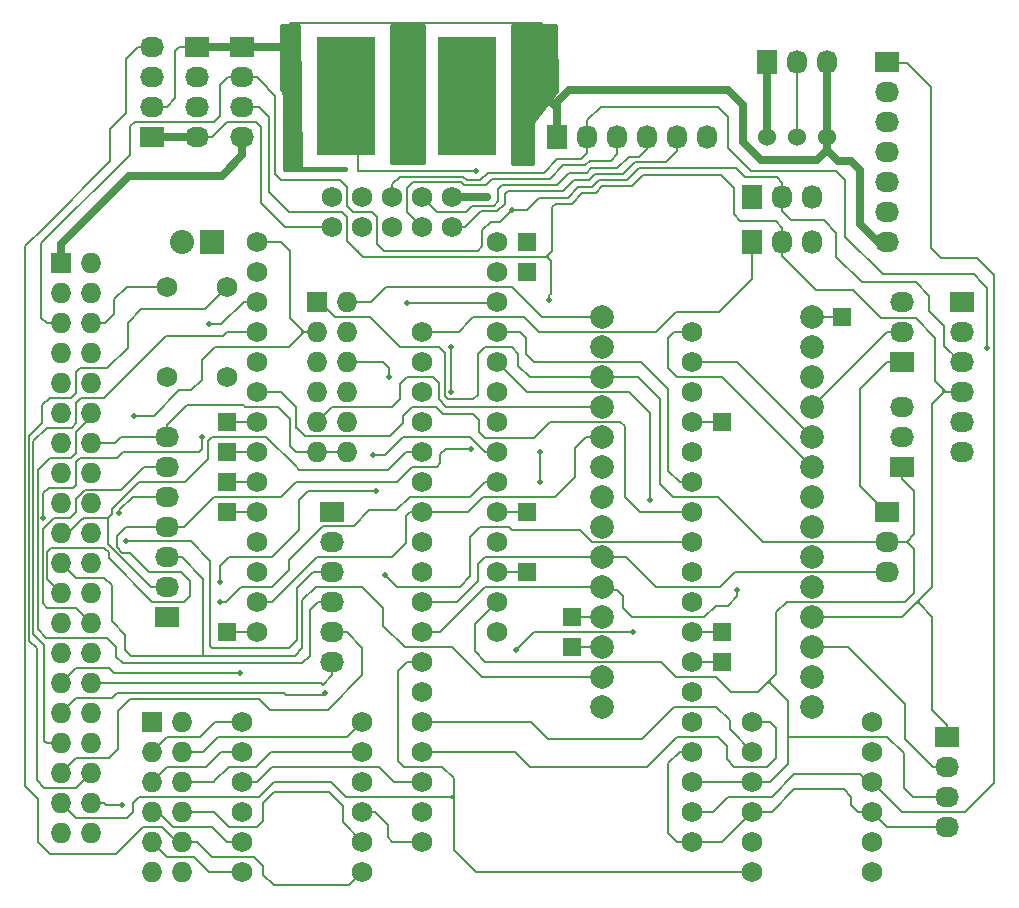
<source format=gbr>
G04 #@! TF.FileFunction,Copper,L1,Top,Signal*
%FSLAX46Y46*%
G04 Gerber Fmt 4.6, Leading zero omitted, Abs format (unit mm)*
G04 Created by KiCad (PCBNEW 4.0.7+dfsg1-1~bpo8+1) date Mon Jun  4 12:39:51 2018*
%MOMM*%
%LPD*%
G01*
G04 APERTURE LIST*
%ADD10C,0.100000*%
%ADD11R,2.032000X1.727200*%
%ADD12O,2.032000X1.727200*%
%ADD13R,5.000000X10.000000*%
%ADD14R,1.500000X1.500000*%
%ADD15R,2.032000X2.032000*%
%ADD16O,2.032000X2.032000*%
%ADD17R,1.727200X1.727200*%
%ADD18O,1.727200X1.727200*%
%ADD19R,1.727200X2.032000*%
%ADD20O,1.727200X2.032000*%
%ADD21C,1.524000*%
%ADD22C,2.000000*%
%ADD23C,1.727200*%
%ADD24C,0.508000*%
%ADD25C,0.177800*%
%ADD26C,0.711200*%
%ADD27C,0.254000*%
G04 APERTURE END LIST*
D10*
D11*
X179070000Y-97790000D03*
D12*
X179070000Y-100330000D03*
X179070000Y-102870000D03*
D11*
X179070000Y-59690000D03*
D12*
X179070000Y-62230000D03*
X179070000Y-64770000D03*
X179070000Y-67310000D03*
X179070000Y-69850000D03*
X179070000Y-72390000D03*
X179070000Y-74930000D03*
D13*
X133223000Y-62611000D03*
X143510000Y-62611000D03*
D14*
X123190000Y-107950000D03*
X123190000Y-97790000D03*
X123190000Y-95250000D03*
X123190000Y-92710000D03*
X123190000Y-90170000D03*
X148590000Y-102870000D03*
X148590000Y-97790000D03*
X148590000Y-77470000D03*
X148590000Y-74930000D03*
X175260000Y-81280000D03*
X152400000Y-106680000D03*
X152400000Y-109220000D03*
X165100000Y-90170000D03*
X165100000Y-107950000D03*
X165100000Y-110490000D03*
D15*
X121920000Y-74930000D03*
D16*
X119380000Y-74930000D03*
D17*
X116840000Y-115570000D03*
D18*
X119380000Y-115570000D03*
X116840000Y-118110000D03*
X119380000Y-118110000D03*
X116840000Y-120650000D03*
X119380000Y-120650000D03*
X116840000Y-123190000D03*
X119380000Y-123190000D03*
X116840000Y-125730000D03*
X119380000Y-125730000D03*
X116840000Y-128270000D03*
X119380000Y-128270000D03*
D17*
X130810000Y-80010000D03*
D18*
X133350000Y-80010000D03*
X130810000Y-82550000D03*
X133350000Y-82550000D03*
X130810000Y-85090000D03*
X133350000Y-85090000D03*
X130810000Y-87630000D03*
X133350000Y-87630000D03*
X130810000Y-90170000D03*
X133350000Y-90170000D03*
X130810000Y-92710000D03*
X133350000Y-92710000D03*
D11*
X120650000Y-58420000D03*
D12*
X120650000Y-60960000D03*
X120650000Y-63500000D03*
X120650000Y-66040000D03*
D11*
X132080000Y-97790000D03*
D12*
X132080000Y-100330000D03*
X132080000Y-102870000D03*
X132080000Y-105410000D03*
X132080000Y-107950000D03*
X132080000Y-110490000D03*
D11*
X124460000Y-58420000D03*
D12*
X124460000Y-60960000D03*
X124460000Y-63500000D03*
X124460000Y-66040000D03*
D11*
X118110000Y-106680000D03*
D12*
X118110000Y-104140000D03*
X118110000Y-101600000D03*
X118110000Y-99060000D03*
X118110000Y-96520000D03*
X118110000Y-93980000D03*
X118110000Y-91440000D03*
D11*
X185420000Y-80010000D03*
D12*
X185420000Y-82550000D03*
X185420000Y-85090000D03*
X185420000Y-87630000D03*
X185420000Y-90170000D03*
X185420000Y-92710000D03*
D19*
X151130000Y-66040000D03*
D20*
X153670000Y-66040000D03*
X156210000Y-66040000D03*
X158750000Y-66040000D03*
X161290000Y-66040000D03*
X163830000Y-66040000D03*
D19*
X168910000Y-59690000D03*
D20*
X171450000Y-59690000D03*
X173990000Y-59690000D03*
D11*
X184150000Y-116840000D03*
D12*
X184150000Y-119380000D03*
X184150000Y-121920000D03*
X184150000Y-124460000D03*
D19*
X167640000Y-74930000D03*
D20*
X170180000Y-74930000D03*
X172720000Y-74930000D03*
D19*
X167640000Y-71120000D03*
D20*
X170180000Y-71120000D03*
X172720000Y-71120000D03*
D11*
X180340000Y-93980000D03*
D12*
X180340000Y-91440000D03*
X180340000Y-88900000D03*
D11*
X180340000Y-85090000D03*
D12*
X180340000Y-82550000D03*
X180340000Y-80010000D03*
D11*
X116840000Y-66040000D03*
D12*
X116840000Y-63500000D03*
X116840000Y-60960000D03*
X116840000Y-58420000D03*
D21*
X171450000Y-66040000D03*
X173990000Y-66040000D03*
X168910000Y-66040000D03*
D17*
X109093000Y-76708000D03*
D18*
X111633000Y-76708000D03*
X109093000Y-79248000D03*
X111633000Y-79248000D03*
X109093000Y-81788000D03*
X111633000Y-81788000D03*
X109093000Y-84328000D03*
X111633000Y-84328000D03*
X109093000Y-86868000D03*
X111633000Y-86868000D03*
X109093000Y-89408000D03*
X111633000Y-89408000D03*
X109093000Y-91948000D03*
X111633000Y-91948000D03*
X109093000Y-94488000D03*
X111633000Y-94488000D03*
X109093000Y-97028000D03*
X111633000Y-97028000D03*
X109093000Y-99568000D03*
X111633000Y-99568000D03*
X109093000Y-102108000D03*
X111633000Y-102108000D03*
X109093000Y-104648000D03*
X111633000Y-104648000D03*
X109093000Y-107188000D03*
X111633000Y-107188000D03*
X109093000Y-109728000D03*
X111633000Y-109728000D03*
X109093000Y-112268000D03*
X111633000Y-112268000D03*
X109093000Y-114808000D03*
X111633000Y-114808000D03*
X109093000Y-117348000D03*
X111633000Y-117348000D03*
X109093000Y-119888000D03*
X111633000Y-119888000D03*
X109093000Y-122428000D03*
X111633000Y-122428000D03*
X109093000Y-124968000D03*
X111633000Y-124968000D03*
D22*
X172720000Y-81280000D03*
X172720000Y-83820000D03*
X172720000Y-86360000D03*
X172720000Y-88900000D03*
X172720000Y-91440000D03*
X172720000Y-93980000D03*
X172720000Y-96520000D03*
X172720000Y-99060000D03*
X172720000Y-101600000D03*
X172720000Y-104140000D03*
X172720000Y-106680000D03*
X172720000Y-109220000D03*
X172720000Y-111760000D03*
X172720000Y-114300000D03*
X154940000Y-114300000D03*
X154940000Y-111760000D03*
X154940000Y-109220000D03*
X154940000Y-106680000D03*
X154940000Y-104140000D03*
X154940000Y-101600000D03*
X154940000Y-99060000D03*
X154940000Y-96520000D03*
X154940000Y-93980000D03*
X154940000Y-91440000D03*
X154940000Y-88900000D03*
X154940000Y-86360000D03*
X154940000Y-83820000D03*
X154940000Y-81280000D03*
D23*
X118110000Y-86360000D03*
X118110000Y-78740000D03*
X123190000Y-78740000D03*
X123190000Y-86360000D03*
X124460000Y-115570000D03*
X124460000Y-118110000D03*
X124460000Y-120650000D03*
X124460000Y-123190000D03*
X124460000Y-125730000D03*
X124460000Y-128270000D03*
X134620000Y-128270000D03*
X134620000Y-125730000D03*
X134620000Y-123190000D03*
X134620000Y-120650000D03*
X134620000Y-118110000D03*
X134620000Y-115570000D03*
X167640000Y-115570000D03*
X167640000Y-118110000D03*
X167640000Y-120650000D03*
X167640000Y-123190000D03*
X167640000Y-125730000D03*
X167640000Y-128270000D03*
X177800000Y-128270000D03*
X177800000Y-125730000D03*
X177800000Y-123190000D03*
X177800000Y-120650000D03*
X177800000Y-118110000D03*
X177800000Y-115570000D03*
X162560000Y-125730000D03*
X162560000Y-123190000D03*
X162560000Y-120650000D03*
X162560000Y-118110000D03*
X162560000Y-115570000D03*
X162560000Y-113030000D03*
X162560000Y-110490000D03*
X162560000Y-107950000D03*
X162560000Y-105410000D03*
X162560000Y-102870000D03*
X162560000Y-100330000D03*
X162560000Y-97790000D03*
X162560000Y-95250000D03*
X162560000Y-92710000D03*
X162560000Y-90170000D03*
X162560000Y-87630000D03*
X162560000Y-85090000D03*
X162560000Y-82550000D03*
X139700000Y-125730000D03*
X139700000Y-123190000D03*
X139700000Y-120650000D03*
X139700000Y-118110000D03*
X139700000Y-115570000D03*
X139700000Y-113030000D03*
X139700000Y-110490000D03*
X139700000Y-107950000D03*
X139700000Y-105410000D03*
X139700000Y-102870000D03*
X139700000Y-100330000D03*
X139700000Y-97790000D03*
X139700000Y-95250000D03*
X139700000Y-92710000D03*
X139700000Y-90170000D03*
X139700000Y-87630000D03*
X139700000Y-85090000D03*
X139700000Y-82550000D03*
X142240000Y-71120000D03*
X142240000Y-73660000D03*
X139700000Y-71120000D03*
X139700000Y-73660000D03*
X137160000Y-71120000D03*
X137160000Y-73660000D03*
X134620000Y-71120000D03*
X134620000Y-73660000D03*
X132080000Y-71120000D03*
X132080000Y-73660000D03*
X125730000Y-107950000D03*
X125730000Y-105410000D03*
X125730000Y-102870000D03*
X125730000Y-100330000D03*
X125730000Y-97790000D03*
X125730000Y-95250000D03*
X125730000Y-92710000D03*
X125730000Y-90170000D03*
X125730000Y-87630000D03*
X125730000Y-85090000D03*
X125730000Y-82550000D03*
X125730000Y-80010000D03*
X125730000Y-77470000D03*
X125730000Y-74930000D03*
X146050000Y-74930000D03*
X146050000Y-77470000D03*
X146050000Y-80010000D03*
X146050000Y-82550000D03*
X146050000Y-85090000D03*
X146050000Y-87630000D03*
X146050000Y-90170000D03*
X146050000Y-92710000D03*
X146050000Y-95250000D03*
X146050000Y-97790000D03*
X146050000Y-100330000D03*
X146050000Y-102870000D03*
X146050000Y-105410000D03*
X146050000Y-107950000D03*
D24*
X150431500Y-79819500D03*
X147320000Y-72263000D03*
X138557000Y-62484000D03*
X128524000Y-58420000D03*
X145161000Y-71120000D03*
X149796500Y-62230000D03*
X138366500Y-80073500D03*
X159004000Y-96774000D03*
X143827500Y-92456000D03*
X114039400Y-97849700D03*
X124269500Y-111442500D03*
X115316000Y-89662000D03*
X121666000Y-81915000D03*
X131454500Y-113141100D03*
X147637500Y-109474000D03*
X157543500Y-107950000D03*
X136525000Y-103124000D03*
X114559000Y-100293500D03*
X114300000Y-122627300D03*
X121031000Y-91440000D03*
X107611900Y-98298000D03*
X166370000Y-104394000D03*
X122555000Y-103759000D03*
X135763000Y-96012000D03*
X135509000Y-92964000D03*
X122555000Y-105410000D03*
X149667630Y-92710000D03*
X149669500Y-95250000D03*
X136906000Y-86360000D03*
X187515500Y-83883500D03*
X143510000Y-66929000D03*
X142113000Y-83820000D03*
X142113000Y-87630000D03*
X144272000Y-68961000D03*
D25*
X125730000Y-107950000D02*
X123190000Y-107950000D01*
X125730000Y-97790000D02*
X123190000Y-97790000D01*
X125730000Y-95250000D02*
X123190000Y-95250000D01*
X125730000Y-92710000D02*
X123190000Y-92710000D01*
X125730000Y-90170000D02*
X123190000Y-90170000D01*
X146050000Y-102870000D02*
X148590000Y-102870000D01*
X146050000Y-97790000D02*
X148590000Y-97790000D01*
X172720000Y-81280000D02*
X175260000Y-81280000D01*
X154940000Y-106680000D02*
X152400000Y-106680000D01*
X154940000Y-109220000D02*
X152400000Y-109220000D01*
X162560000Y-90170000D02*
X165100000Y-90170000D01*
X162560000Y-107950000D02*
X165100000Y-107950000D01*
X162560000Y-110490000D02*
X165100000Y-110490000D01*
X179070000Y-116840000D02*
X180467000Y-118237000D01*
X181229000Y-121920000D02*
X180467000Y-121158000D01*
X180467000Y-121158000D02*
X180467000Y-118237000D01*
X184150000Y-121920000D02*
X181229000Y-121920000D01*
X168910000Y-112268000D02*
X169164000Y-112014000D01*
X169164000Y-112014000D02*
X169663000Y-111515000D01*
X169164000Y-112268000D02*
X169164000Y-112014000D01*
D26*
X124460000Y-66040000D02*
X124460000Y-67614800D01*
X124460000Y-67614800D02*
X122732800Y-69342000D01*
X122732800Y-69342000D02*
X114884200Y-69342000D01*
X109093000Y-75133200D02*
X109093000Y-76708000D01*
X114884200Y-69342000D02*
X109093000Y-75133200D01*
D25*
X154940000Y-86360000D02*
X148780500Y-86360000D01*
X141605000Y-84328000D02*
X141097000Y-83820000D01*
X147256500Y-83820000D02*
X145034000Y-83820000D01*
X147828000Y-85407500D02*
X147828000Y-84391500D01*
X148780500Y-86360000D02*
X147828000Y-85407500D01*
X147828000Y-84391500D02*
X147256500Y-83820000D01*
X145034000Y-83820000D02*
X144409100Y-84444900D01*
X141097000Y-83820000D02*
X137798095Y-83820000D01*
X144409100Y-84444900D02*
X144399000Y-84444900D01*
X144399000Y-84444900D02*
X144399000Y-87884000D01*
X137798095Y-83820000D02*
X135258000Y-81280000D01*
X144399000Y-87884000D02*
X144018000Y-88265000D01*
X144018000Y-88265000D02*
X141859000Y-88265000D01*
X131064000Y-80010000D02*
X130810000Y-80010000D01*
X141859000Y-88265000D02*
X141605000Y-88011000D01*
X141605000Y-88011000D02*
X141605000Y-84328000D01*
X132334000Y-81280000D02*
X131064000Y-80010000D01*
X135258000Y-81280000D02*
X132334000Y-81280000D01*
X167640000Y-120650000D02*
X169164000Y-120650000D01*
X169164000Y-120650000D02*
X170688000Y-119126000D01*
X170688000Y-119126000D02*
X170688000Y-118787000D01*
X170688000Y-118787000D02*
X170688000Y-116840000D01*
X176784000Y-116840000D02*
X179070000Y-116840000D01*
X176530000Y-116840000D02*
X176784000Y-116840000D01*
X170688000Y-116586000D02*
X170688000Y-116840000D01*
X176784000Y-116840000D02*
X170688000Y-116840000D01*
X170688000Y-113792000D02*
X170688000Y-116586000D01*
X124460000Y-120650000D02*
X125681314Y-120650000D01*
X125681314Y-120650000D02*
X126951314Y-119380000D01*
X126951314Y-119380000D02*
X136017000Y-119380000D01*
X136017000Y-119380000D02*
X137287000Y-120650000D01*
X137287000Y-120650000D02*
X139700000Y-120650000D01*
X176657000Y-105410000D02*
X177038000Y-105410000D01*
X170561000Y-105410000D02*
X176657000Y-105410000D01*
X176657000Y-105410000D02*
X180594000Y-105410000D01*
X180594000Y-105410000D02*
X181356000Y-104648000D01*
X169663000Y-111515000D02*
X169663000Y-106308000D01*
X169663000Y-106308000D02*
X170561000Y-105410000D01*
X146050000Y-105410000D02*
X144145000Y-107315000D01*
X144145000Y-107315000D02*
X144145000Y-109601000D01*
X144145000Y-109601000D02*
X145034000Y-110490000D01*
X164592000Y-111760000D02*
X165862000Y-113030000D01*
X145034000Y-110490000D02*
X159939000Y-110490000D01*
X159939000Y-110490000D02*
X161209000Y-111760000D01*
X161209000Y-111760000D02*
X164592000Y-111760000D01*
X165862000Y-113030000D02*
X168148000Y-113030000D01*
X168148000Y-113030000D02*
X168910000Y-112268000D01*
X124460000Y-66040000D02*
X124307600Y-66040000D01*
X181356000Y-99123500D02*
X181356000Y-97790000D01*
X181356000Y-99237800D02*
X181356000Y-99123500D01*
X181356000Y-99123500D02*
X181356000Y-99695000D01*
X181356000Y-99695000D02*
X180721000Y-100330000D01*
X179070000Y-100330000D02*
X180263800Y-100330000D01*
X180263800Y-100330000D02*
X180721000Y-100330000D01*
X154940000Y-86360000D02*
X157988000Y-86360000D01*
X157988000Y-86360000D02*
X159848000Y-88220300D01*
X159848000Y-88220300D02*
X159848000Y-95459000D01*
X159848000Y-95459000D02*
X160909000Y-96520000D01*
X164689000Y-96520000D02*
X168499000Y-100330000D01*
X160909000Y-96520000D02*
X164689000Y-96520000D01*
X168499000Y-100330000D02*
X179070000Y-100330000D01*
X181356000Y-100965000D02*
X181356000Y-104648000D01*
X180721000Y-100330000D02*
X181356000Y-100965000D01*
X179070000Y-100330000D02*
X180721000Y-100330000D01*
X181356000Y-97917000D02*
X181356000Y-97790000D01*
X181356000Y-97790000D02*
X181356000Y-96012000D01*
X181356000Y-97967800D02*
X181356000Y-97917000D01*
X162560000Y-120650000D02*
X167640000Y-120650000D01*
X169164000Y-112268000D02*
X170688000Y-113792000D01*
X168910000Y-112268000D02*
X169164000Y-112268000D01*
X180340000Y-95021400D02*
X180340000Y-93980000D01*
X181331000Y-96012000D02*
X180340000Y-95021400D01*
X181356000Y-96012000D02*
X181331000Y-96012000D01*
D26*
X116840000Y-66040000D02*
X120650000Y-66040000D01*
D25*
X154940000Y-81280000D02*
X149860000Y-81280000D01*
X149860000Y-81280000D02*
X147320000Y-78740000D01*
X147320000Y-78740000D02*
X136652000Y-78740000D01*
X136652000Y-78740000D02*
X135382000Y-80010000D01*
X135382000Y-80010000D02*
X133350000Y-80010000D01*
X132080000Y-73660000D02*
X128079500Y-73660000D01*
X126047500Y-71628000D02*
X126047500Y-65214500D01*
X128079500Y-73660000D02*
X126047500Y-71628000D01*
X126047500Y-65214500D02*
X125603000Y-64770000D01*
X125603000Y-64770000D02*
X123113800Y-64770000D01*
X123113800Y-64770000D02*
X121843800Y-66040000D01*
X121843800Y-66040000D02*
X120650000Y-66040000D01*
X162560000Y-123190000D02*
X164338000Y-123190000D01*
X164338000Y-123190000D02*
X165608000Y-121920000D01*
X165608000Y-121920000D02*
X169291000Y-121920000D01*
X169291000Y-121920000D02*
X171196000Y-120015000D01*
X171196000Y-120015000D02*
X176784000Y-120015000D01*
X176784000Y-120015000D02*
X177419000Y-120650000D01*
X177419000Y-120650000D02*
X177800000Y-120650000D01*
D26*
X168910000Y-66040000D02*
X168910000Y-59690000D01*
D25*
X179070000Y-59690000D02*
X179222400Y-59690000D01*
X186690000Y-76327800D02*
X188086200Y-77724000D01*
X179222400Y-59690000D02*
X179349400Y-59817000D01*
X182753000Y-61849000D02*
X182753000Y-75438000D01*
X179349400Y-59817000D02*
X180721000Y-59817000D01*
X180721000Y-59817000D02*
X182753000Y-61849000D01*
X183642800Y-76327800D02*
X186690000Y-76327800D01*
X182753000Y-75438000D02*
X183642800Y-76327800D01*
X188086200Y-77724000D02*
X188086200Y-120777800D01*
X188086200Y-120777800D02*
X185674000Y-123190000D01*
X180340000Y-123190000D02*
X177800000Y-120650000D01*
X185674000Y-123190000D02*
X180340000Y-123190000D01*
X133350000Y-80010000D02*
X134571314Y-80010000D01*
D26*
X169159000Y-59938900D02*
X168910000Y-59690000D01*
D25*
X168910000Y-66040000D02*
X169159000Y-66040000D01*
X183769000Y-87376000D02*
X184023000Y-87630000D01*
X183134000Y-86741000D02*
X183769000Y-87376000D01*
X183769000Y-87757000D02*
X182880000Y-88646000D01*
X183896000Y-87630000D02*
X183769000Y-87757000D01*
X183769000Y-87376000D02*
X183769000Y-87757000D01*
X183134000Y-86360000D02*
X183134000Y-83058000D01*
X183134000Y-86537800D02*
X183134000Y-86360000D01*
X184226000Y-87630000D02*
X184023000Y-87630000D01*
X184023000Y-87630000D02*
X183896000Y-87630000D01*
X183134000Y-86360000D02*
X183134000Y-86741000D01*
X150304500Y-76073000D02*
X150685500Y-75692000D01*
X150177500Y-76200000D02*
X150304500Y-76073000D01*
X150558500Y-76581000D02*
X150304500Y-76327000D01*
X150304500Y-76327000D02*
X150177500Y-76200000D01*
X150304500Y-76073000D02*
X150304500Y-76327000D01*
X181483000Y-105537000D02*
X180340000Y-106680000D01*
X181610000Y-105410000D02*
X181483000Y-105537000D01*
X181483000Y-105537000D02*
X181737000Y-105537000D01*
X181737000Y-105283000D02*
X181610000Y-105410000D01*
X182880000Y-104140000D02*
X181737000Y-105283000D01*
X182880000Y-106680000D02*
X181737000Y-105537000D01*
X181737000Y-105537000D02*
X181610000Y-105410000D01*
X181737000Y-105283000D02*
X181737000Y-105537000D01*
X150685500Y-75692000D02*
X150685500Y-72009000D01*
X166052500Y-70358000D02*
X166052500Y-72580500D01*
X150685500Y-72009000D02*
X151003000Y-71691500D01*
X158369000Y-69278500D02*
X164973000Y-69278500D01*
X151003000Y-71691500D02*
X152336500Y-71691500D01*
X153225500Y-70802500D02*
X154368500Y-70802500D01*
X157416500Y-70231000D02*
X158369000Y-69278500D01*
X152336500Y-71691500D02*
X153225500Y-70802500D01*
X154368500Y-70802500D02*
X154940000Y-70231000D01*
X154940000Y-70231000D02*
X157416500Y-70231000D01*
X164973000Y-69278500D02*
X166052500Y-70358000D01*
X166052500Y-72580500D02*
X166624000Y-73152000D01*
X150431500Y-79819500D02*
X150431500Y-79460290D01*
X150431500Y-79460290D02*
X150558500Y-79333290D01*
X150558500Y-79333290D02*
X150558500Y-78994000D01*
X170180000Y-74930000D02*
X170180000Y-73736200D01*
X170180000Y-73736200D02*
X169596000Y-73152000D01*
X169596000Y-73152000D02*
X166624000Y-73152000D01*
X150558500Y-78994000D02*
X150558500Y-76581000D01*
X149987000Y-76200000D02*
X134683500Y-76200000D01*
X150177500Y-76200000D02*
X149987000Y-76200000D01*
X124460000Y-63500000D02*
X125857000Y-63500000D01*
X125857000Y-63500000D02*
X126682500Y-64325500D01*
X126682500Y-64325500D02*
X126682500Y-70675500D01*
X126682500Y-70675500D02*
X128397000Y-72390000D01*
X133350000Y-74866500D02*
X134112000Y-75628500D01*
X128397000Y-72390000D02*
X132905500Y-72390000D01*
X132905500Y-72390000D02*
X133350000Y-72834500D01*
X133350000Y-72834500D02*
X133350000Y-74866500D01*
X134112000Y-75628500D02*
X134302500Y-75819000D01*
X134683500Y-76200000D02*
X134112000Y-75628500D01*
X124460000Y-125730000D02*
X123121000Y-125730000D01*
X123121000Y-125730000D02*
X121851000Y-124460000D01*
X121851000Y-124460000D02*
X118554500Y-124460000D01*
X118554500Y-124460000D02*
X117284500Y-123190000D01*
X117284500Y-123190000D02*
X116840000Y-123190000D01*
X182880000Y-114529000D02*
X182880000Y-106680000D01*
X184150000Y-115799000D02*
X182880000Y-114529000D01*
X184150000Y-116840000D02*
X184150000Y-115799000D01*
X170180000Y-76123800D02*
X170180000Y-74930000D01*
X173050000Y-78994000D02*
X170180000Y-76123800D01*
X176159000Y-78994000D02*
X173050000Y-78994000D01*
X178562000Y-81396900D02*
X176159000Y-78994000D01*
X181473000Y-81396900D02*
X178562000Y-81396900D01*
X183134000Y-83058000D02*
X181473000Y-81396900D01*
X185420000Y-87630000D02*
X184226000Y-87630000D01*
X185420000Y-87630000D02*
X184226000Y-87630000D01*
X182880000Y-88646000D02*
X182880000Y-104140000D01*
X180340000Y-106680000D02*
X172720000Y-106680000D01*
X184150000Y-116840000D02*
X184150000Y-115799000D01*
X184150000Y-115799000D02*
X184150000Y-115735000D01*
X149733000Y-71183500D02*
X152019000Y-71183500D01*
X148526500Y-72263000D02*
X149606000Y-71183500D01*
X149606000Y-71183500D02*
X149733000Y-71183500D01*
X146304000Y-73215500D02*
X146875500Y-72644000D01*
X148526500Y-72263000D02*
X147256500Y-72263000D01*
X147256500Y-72263000D02*
X146875500Y-72644000D01*
X154051000Y-70294500D02*
X154622500Y-69723000D01*
X152019000Y-71183500D02*
X152908000Y-70294500D01*
X152908000Y-70294500D02*
X154051000Y-70294500D01*
X146177000Y-73215500D02*
X145478500Y-73215500D01*
X146177000Y-73215500D02*
X146304000Y-73215500D01*
X154622500Y-69723000D02*
X157035500Y-69723000D01*
X157035500Y-69723000D02*
X158051500Y-68707000D01*
X170180000Y-69926200D02*
X170180000Y-71120000D01*
X158051500Y-68707000D02*
X166243000Y-68707000D01*
X166243000Y-68707000D02*
X167005000Y-69469000D01*
X167005000Y-69469000D02*
X169722800Y-69469000D01*
X169722800Y-69469000D02*
X170180000Y-69926200D01*
X135890000Y-72834500D02*
X135445500Y-72390000D01*
X133350000Y-70294500D02*
X132715000Y-69659500D01*
X145478500Y-73215500D02*
X144780000Y-73914000D01*
X133858000Y-72390000D02*
X133350000Y-71882000D01*
X144780000Y-73914000D02*
X144780000Y-75311000D01*
X144780000Y-75311000D02*
X144399000Y-75692000D01*
X144399000Y-75692000D02*
X136461500Y-75692000D01*
X127698500Y-69659500D02*
X127254000Y-69215000D01*
X127254000Y-62560200D02*
X125653800Y-60960000D01*
X136461500Y-75692000D02*
X135890000Y-75120500D01*
X135890000Y-75120500D02*
X135890000Y-72834500D01*
X133350000Y-71882000D02*
X133350000Y-70294500D01*
X135445500Y-72390000D02*
X133858000Y-72390000D01*
X132715000Y-69659500D02*
X127698500Y-69659500D01*
X127254000Y-69215000D02*
X127254000Y-62560200D01*
X124460000Y-60960000D02*
X125653800Y-60960000D01*
X125653800Y-60960000D02*
X126555500Y-61861700D01*
X109093000Y-81788000D02*
X107871686Y-81788000D01*
X107871686Y-81788000D02*
X107442000Y-81358314D01*
X107442000Y-81358314D02*
X107442000Y-75068500D01*
X122555000Y-61671200D02*
X123266200Y-60960000D01*
X107442000Y-75068500D02*
X114960600Y-67549900D01*
X114960600Y-67549900D02*
X114960600Y-65151000D01*
X114960600Y-65151000D02*
X115341600Y-64770000D01*
X115341600Y-64770000D02*
X122047000Y-64770000D01*
X122555000Y-64262000D02*
X122555000Y-61671200D01*
X122047000Y-64770000D02*
X122555000Y-64262000D01*
X123266200Y-60960000D02*
X124460000Y-60960000D01*
X175768000Y-109220000D02*
X172720000Y-109220000D01*
X180594000Y-114046000D02*
X175768000Y-109220000D01*
X180594000Y-117018000D02*
X180594000Y-114046000D01*
X182956000Y-119380000D02*
X180594000Y-117018000D01*
X184150000Y-119380000D02*
X182956000Y-119380000D01*
X185268000Y-85090000D02*
X185420000Y-85090000D01*
X183896000Y-83718400D02*
X185268000Y-85090000D01*
X183896000Y-82042000D02*
X183896000Y-83718400D01*
X182626000Y-80772000D02*
X183896000Y-82042000D01*
X182626000Y-79502000D02*
X182626000Y-80772000D01*
X181477000Y-78352900D02*
X182626000Y-79502000D01*
X176905000Y-78352900D02*
X181477000Y-78352900D01*
X174752000Y-76200000D02*
X176905000Y-78352900D01*
X174752000Y-74168000D02*
X174752000Y-76200000D01*
X173660000Y-73075800D02*
X174752000Y-74168000D01*
X170942000Y-73075800D02*
X173660000Y-73075800D01*
X170180000Y-72313800D02*
X170942000Y-73075800D01*
X170180000Y-71120000D02*
X170180000Y-72313800D01*
X121590000Y-128270000D02*
X124460000Y-128270000D01*
X120320000Y-127000000D02*
X121590000Y-128270000D01*
X118110000Y-127000000D02*
X120320000Y-127000000D01*
X116840000Y-125730000D02*
X118110000Y-127000000D01*
D26*
X124460000Y-58420000D02*
X128524000Y-58420000D01*
D25*
X145542000Y-56388000D02*
X149733000Y-56388000D01*
X149733000Y-56388000D02*
X149860000Y-56388000D01*
X149796500Y-62230000D02*
X149796500Y-56451500D01*
X149796500Y-56451500D02*
X149733000Y-56388000D01*
X144018000Y-56388000D02*
X145542000Y-56388000D01*
X138557000Y-56388000D02*
X144018000Y-56388000D01*
X138557000Y-56388000D02*
X138557000Y-62484000D01*
X128524000Y-56388000D02*
X138557000Y-56388000D01*
X128524000Y-58060790D02*
X128524000Y-56388000D01*
X128524000Y-58420000D02*
X128524000Y-58060790D01*
D26*
X151130000Y-66040000D02*
X151130000Y-63690500D01*
X151130000Y-63690500D02*
X151130000Y-63119000D01*
X149796500Y-62230000D02*
X151130000Y-63563500D01*
X151130000Y-63563500D02*
X151130000Y-63690500D01*
X120650000Y-58420000D02*
X124460000Y-58420000D01*
X145161000Y-71120000D02*
X142240000Y-71120000D01*
D25*
X111633000Y-81788000D02*
X112854314Y-81788000D01*
X114681000Y-78740000D02*
X118110000Y-78740000D01*
X112854314Y-81788000D02*
X113616314Y-81026000D01*
X113616314Y-81026000D02*
X113616314Y-79804686D01*
X113616314Y-79804686D02*
X114681000Y-78740000D01*
X171196000Y-121285000D02*
X175387000Y-121285000D01*
X176022000Y-121920000D02*
X175387000Y-121285000D01*
X176022000Y-122633314D02*
X176022000Y-121920000D01*
X177800000Y-123190000D02*
X176578686Y-123190000D01*
X176578686Y-123190000D02*
X176022000Y-122633314D01*
X167640000Y-123190000D02*
X169291000Y-123190000D01*
X169291000Y-123190000D02*
X171196000Y-121285000D01*
D26*
X151130000Y-63119000D02*
X152146000Y-62103000D01*
X152146000Y-62103000D02*
X165608000Y-62103000D01*
X166878000Y-63373000D02*
X166878000Y-65405000D01*
X165608000Y-62103000D02*
X166878000Y-63373000D01*
X176022000Y-68072000D02*
X174879000Y-68072000D01*
X174879000Y-68072000D02*
X173990000Y-67183000D01*
X173133300Y-68039700D02*
X173990000Y-67183000D01*
X173990000Y-67183000D02*
X173990000Y-66040000D01*
X172593000Y-68039700D02*
X172974000Y-68039700D01*
X168402000Y-68039700D02*
X172593000Y-68039700D01*
X172593000Y-68039700D02*
X173133300Y-68039700D01*
X173990000Y-66040000D02*
X173990000Y-59690000D01*
X166878000Y-65024000D02*
X166878000Y-65405000D01*
X166878000Y-65405000D02*
X166878000Y-66515700D01*
D25*
X149796500Y-62230000D02*
X149796500Y-61870790D01*
X149796500Y-61870790D02*
X149733000Y-61807290D01*
X114173000Y-91440000D02*
X113665000Y-91948000D01*
X113665000Y-91948000D02*
X111633000Y-91948000D01*
X118110000Y-91440000D02*
X114173000Y-91440000D01*
X162560000Y-118110000D02*
X161482370Y-118110000D01*
X161482370Y-118110000D02*
X160528000Y-119064370D01*
X160528000Y-119064370D02*
X160528000Y-124968000D01*
X160528000Y-124968000D02*
X161290000Y-125730000D01*
X161290000Y-125730000D02*
X162560000Y-125730000D01*
X118745000Y-58801000D02*
X119126000Y-58420000D01*
X119126000Y-58420000D02*
X120650000Y-58420000D01*
X118745000Y-62788800D02*
X118745000Y-58801000D01*
X116840000Y-63500000D02*
X118033800Y-63500000D01*
X118033800Y-63500000D02*
X118745000Y-62788800D01*
X119761000Y-88747600D02*
X124561600Y-88747600D01*
X124561600Y-88747600D02*
X124714000Y-88900000D01*
X118110000Y-90398600D02*
X119761000Y-88747600D01*
X134620000Y-123190000D02*
X135697630Y-123190000D01*
X135697630Y-123190000D02*
X136779000Y-124271370D01*
X136779000Y-124271370D02*
X136779000Y-125349000D01*
X137160000Y-125730000D02*
X136779000Y-125349000D01*
X139700000Y-125730000D02*
X137160000Y-125730000D01*
X176784000Y-95427800D02*
X176784000Y-95250000D01*
X176784000Y-95250000D02*
X176784000Y-94488000D01*
X178943000Y-97790000D02*
X176784000Y-95631000D01*
X176784000Y-95631000D02*
X176784000Y-95250000D01*
X179070000Y-97790000D02*
X178943000Y-97790000D01*
X176784000Y-94488000D02*
X176784000Y-87376000D01*
X129032000Y-92710000D02*
X130810000Y-92710000D01*
X128524000Y-92202000D02*
X129032000Y-92710000D01*
X128524000Y-89916000D02*
X128524000Y-92202000D01*
X127508000Y-88900000D02*
X128524000Y-89916000D01*
X124714000Y-88900000D02*
X127508000Y-88900000D01*
X118110000Y-91440000D02*
X118110000Y-90398600D01*
X179070000Y-85090000D02*
X180340000Y-85090000D01*
X176784000Y-87376000D02*
X179070000Y-85090000D01*
X179070000Y-124460000D02*
X184150000Y-124460000D01*
X177800000Y-123190000D02*
X179070000Y-124460000D01*
X130810000Y-92710000D02*
X133350000Y-92710000D01*
X165100000Y-125730000D02*
X167640000Y-123190000D01*
X162560000Y-125730000D02*
X165100000Y-125730000D01*
D26*
X178308000Y-74930000D02*
X179070000Y-74930000D01*
X176784000Y-73406000D02*
X178308000Y-74930000D01*
X176784000Y-68834000D02*
X176784000Y-73406000D01*
X176022000Y-68072000D02*
X176784000Y-68834000D01*
X166878000Y-66515700D02*
X168402000Y-68039700D01*
X173741000Y-59938900D02*
X173990000Y-59690000D01*
D25*
X132080000Y-111595000D02*
X132080000Y-110490000D01*
X131242400Y-112432600D02*
X132080000Y-111595000D01*
X111633000Y-112268000D02*
X112738200Y-112268000D01*
X173741000Y-66340400D02*
X173741000Y-66640800D01*
X173741000Y-66190200D02*
X173741000Y-66340400D01*
X173741000Y-66115100D02*
X173741000Y-66190200D01*
X173741000Y-66077500D02*
X173741000Y-66115100D01*
X131077800Y-112268000D02*
X112738200Y-112268000D01*
X131242400Y-112432600D02*
X131077800Y-112268000D01*
X173741000Y-66058700D02*
X173741000Y-66077500D01*
X173741000Y-66049300D02*
X173741000Y-66058700D01*
X173741000Y-66044600D02*
X173741000Y-66049300D01*
X173741000Y-66042300D02*
X173741000Y-66044600D01*
X173741000Y-66041100D02*
X173741000Y-66042300D01*
X173741000Y-66040500D02*
X173741000Y-66041100D01*
X173741000Y-66040200D02*
X173741000Y-66040500D01*
X173741000Y-66040000D02*
X173741000Y-66040100D01*
X173741000Y-66040100D02*
X173741000Y-66040200D01*
X173741000Y-66040000D02*
X173990000Y-66040000D01*
X110363000Y-92837000D02*
X110363000Y-90995500D01*
X132080000Y-105410000D02*
X130886200Y-105410000D01*
X130886200Y-105410000D02*
X130175000Y-106121200D01*
X130175000Y-106121200D02*
X130175000Y-109982000D01*
X111633000Y-89725500D02*
X111633000Y-89408000D01*
X130175000Y-109982000D02*
X129533800Y-110623200D01*
X129533800Y-110623200D02*
X114306200Y-110623200D01*
X114306200Y-110623200D02*
X113792000Y-110109000D01*
X108140500Y-93218000D02*
X109982000Y-93218000D01*
X113792000Y-110109000D02*
X113792000Y-109220000D01*
X107823000Y-108458000D02*
X107116300Y-107751300D01*
X113792000Y-109220000D02*
X113030000Y-108458000D01*
X113030000Y-108458000D02*
X107823000Y-108458000D01*
X107116300Y-107751300D02*
X107116300Y-94242200D01*
X107116300Y-94242200D02*
X108140500Y-93218000D01*
X109982000Y-93218000D02*
X110363000Y-92837000D01*
X110363000Y-90995500D02*
X111633000Y-89725500D01*
X112903000Y-98298000D02*
X110998000Y-98298000D01*
X113103900Y-98298000D02*
X112903000Y-98298000D01*
X113103900Y-100520500D02*
X113103900Y-98425000D01*
X113103900Y-98425000D02*
X113103900Y-98298000D01*
X112903000Y-98298000D02*
X112976900Y-98298000D01*
X112976900Y-98298000D02*
X113103900Y-98425000D01*
X115453400Y-102880400D02*
X116713000Y-104140000D01*
X116713000Y-104140000D02*
X118110000Y-104140000D01*
X115453400Y-102870000D02*
X115453400Y-102880400D01*
X139700000Y-92710000D02*
X138303000Y-92710000D01*
X138303000Y-92710000D02*
X136779000Y-94234000D01*
X136779000Y-94234000D02*
X129286000Y-94234000D01*
X129286000Y-94234000D02*
X128901200Y-93849200D01*
X128901200Y-93849200D02*
X128901000Y-93849200D01*
X121920000Y-91440000D02*
X121539000Y-91821000D01*
X121539000Y-93345000D02*
X119634000Y-95250000D01*
X113103900Y-98287600D02*
X113103900Y-98298000D01*
X128901000Y-93849200D02*
X126492000Y-91440000D01*
X115697000Y-95250000D02*
X113390000Y-97557000D01*
X126492000Y-91440000D02*
X121920000Y-91440000D01*
X113390000Y-97557000D02*
X113390000Y-98001500D01*
X121539000Y-91821000D02*
X121539000Y-93345000D01*
X119634000Y-95250000D02*
X115697000Y-95250000D01*
X113390000Y-98001500D02*
X113103900Y-98287600D01*
X110807500Y-98488500D02*
X110871000Y-98425000D01*
X110871000Y-98425000D02*
X110934500Y-98361500D01*
X110998000Y-98298000D02*
X110871000Y-98425000D01*
X109728000Y-99568000D02*
X110807500Y-98488500D01*
X113103900Y-100520500D02*
X115453400Y-102870000D01*
X109093000Y-99568000D02*
X109728000Y-99568000D01*
X138366500Y-80073500D02*
X145986500Y-80073500D01*
X145986500Y-80073500D02*
X146050000Y-80010000D01*
X111252000Y-103378000D02*
X111938100Y-103378000D01*
X110998000Y-103378000D02*
X111252000Y-103378000D01*
X111252000Y-103378000D02*
X110363000Y-103378000D01*
X110363000Y-103378000D02*
X109093000Y-102108000D01*
X121158000Y-108585000D02*
X121158000Y-108712000D01*
X121158000Y-107785300D02*
X121158000Y-108585000D01*
X122682000Y-109982000D02*
X121158000Y-109982000D01*
X121158000Y-109982000D02*
X115062000Y-109982000D01*
X121158000Y-108585000D02*
X121158000Y-109982000D01*
X112776000Y-103378000D02*
X111938100Y-103378000D01*
X113411000Y-104013000D02*
X112776000Y-103378000D01*
X113411000Y-107061000D02*
X113411000Y-104013000D01*
X114554000Y-108204000D02*
X113411000Y-107061000D01*
X114554000Y-109474000D02*
X114554000Y-108204000D01*
X115062000Y-109982000D02*
X114554000Y-109474000D01*
X122682000Y-109982000D02*
X128905000Y-109982000D01*
X122428000Y-109982000D02*
X122682000Y-109982000D01*
X138194000Y-109220000D02*
X142240000Y-109220000D01*
X144780000Y-111760000D02*
X154940000Y-111760000D01*
X142240000Y-109220000D02*
X144780000Y-111760000D01*
X128905000Y-109982000D02*
X129540000Y-109347000D01*
X129540000Y-109347000D02*
X129540000Y-105283000D01*
X129540000Y-105283000D02*
X130683000Y-104140000D01*
X130683000Y-104140000D02*
X134620000Y-104140000D01*
X134620000Y-104140000D02*
X136398000Y-105918000D01*
X136398000Y-105918000D02*
X136398000Y-107424000D01*
X136398000Y-107424000D02*
X138194000Y-109220000D01*
X159004000Y-96774000D02*
X159004000Y-89408000D01*
X157226000Y-87630000D02*
X159004000Y-89408000D01*
X148590000Y-87630000D02*
X157226000Y-87630000D01*
X146050000Y-85090000D02*
X148590000Y-87630000D01*
X119304000Y-101600000D02*
X118110000Y-101600000D01*
X121158000Y-103454000D02*
X119304000Y-101600000D01*
X121158000Y-107785300D02*
X121158000Y-103454000D01*
X109220000Y-101600000D02*
X109855000Y-102235000D01*
X109220000Y-102235000D02*
X109093000Y-102108000D01*
X109855000Y-102235000D02*
X109220000Y-102235000D01*
X143827500Y-92456000D02*
X141668500Y-92456000D01*
X141668500Y-92456000D02*
X141224000Y-92900500D01*
X140906500Y-93980000D02*
X138811000Y-93980000D01*
X141224000Y-92900500D02*
X141224000Y-93662500D01*
X141224000Y-93662500D02*
X140906500Y-93980000D01*
X138811000Y-93980000D02*
X137556500Y-95234500D01*
X137556500Y-95234500D02*
X129032000Y-95234500D01*
X129032000Y-95234500D02*
X127746000Y-96520000D01*
X119500000Y-99060000D02*
X118110000Y-99060000D01*
X127746000Y-96520000D02*
X122040000Y-96520000D01*
X122040000Y-96520000D02*
X119500000Y-99060000D01*
X162560000Y-95250000D02*
X161482370Y-95250000D01*
X161482370Y-95250000D02*
X160528246Y-94295876D01*
X160528246Y-94295876D02*
X160528246Y-87376000D01*
X160528246Y-87376000D02*
X158242000Y-85090000D01*
X158242000Y-85090000D02*
X149161500Y-85090000D01*
X149161500Y-85090000D02*
X148463000Y-84391500D01*
X148463000Y-84391500D02*
X148463000Y-83058000D01*
X148463000Y-83058000D02*
X147955000Y-82550000D01*
X147955000Y-82550000D02*
X146050000Y-82550000D01*
X114948600Y-101249200D02*
X116569400Y-102870000D01*
X118110000Y-99060000D02*
X114628700Y-99060000D01*
X114628700Y-99060000D02*
X113855500Y-99833200D01*
X113157000Y-101219200D02*
X112839300Y-100901500D01*
X113855500Y-99833200D02*
X113855500Y-100804700D01*
X112839300Y-100901500D02*
X112839300Y-100901300D01*
X114300000Y-101249200D02*
X114948600Y-101249200D01*
X113855500Y-100804700D02*
X114300000Y-101249200D01*
X116569400Y-102870000D02*
X119253000Y-102870000D01*
X116840000Y-105410000D02*
X113157000Y-101727000D01*
X119253000Y-102870000D02*
X120015000Y-103632000D01*
X120015000Y-103632000D02*
X120015000Y-104902000D01*
X120015000Y-104902000D02*
X119507000Y-105410000D01*
X119507000Y-105410000D02*
X116840000Y-105410000D01*
X113157000Y-101727000D02*
X113157000Y-101219200D01*
X112839300Y-100901300D02*
X112776000Y-100838000D01*
X112776000Y-100838000D02*
X108267500Y-100838000D01*
X107899210Y-103454210D02*
X109093000Y-104648000D01*
X108267500Y-100838000D02*
X107899210Y-101206290D01*
X107899210Y-101206290D02*
X107899210Y-103454210D01*
X145034000Y-91533200D02*
X149139000Y-91533200D01*
X144526000Y-90043000D02*
X144526000Y-91025200D01*
X144526000Y-91025200D02*
X145034000Y-91533200D01*
X144018000Y-89535000D02*
X144526000Y-90043000D01*
X140843000Y-88900000D02*
X141478000Y-89535000D01*
X141478000Y-89535000D02*
X144018000Y-89535000D01*
X125730000Y-87630000D02*
X127762000Y-87630000D01*
X127762000Y-87630000D02*
X129032000Y-88900000D01*
X129032000Y-88900000D02*
X129032000Y-90678000D01*
X129032000Y-90678000D02*
X129065800Y-90678000D01*
X136939800Y-91406200D02*
X138049000Y-90297000D01*
X129065800Y-90678000D02*
X129794000Y-91406200D01*
X129794000Y-91406200D02*
X136939800Y-91406200D01*
X158115000Y-97790000D02*
X162560000Y-97790000D01*
X138049000Y-90297000D02*
X138049000Y-89662000D01*
X149139000Y-91533200D02*
X150526000Y-90146400D01*
X138811000Y-88900000D02*
X140843000Y-88900000D01*
X138049000Y-89662000D02*
X138811000Y-88900000D01*
X156844726Y-96519726D02*
X158115000Y-97790000D01*
X150526000Y-90146400D02*
X156440000Y-90146400D01*
X156440000Y-90146400D02*
X156844726Y-90551000D01*
X156844726Y-90551000D02*
X156844726Y-96519726D01*
X114039400Y-97640000D02*
X114039400Y-97849700D01*
X115159400Y-96520000D02*
X114039400Y-97640000D01*
X118110000Y-96520000D02*
X115159400Y-96520000D01*
X111633000Y-107188000D02*
X110363000Y-105918000D01*
X110363000Y-105918000D02*
X107950000Y-105918000D01*
X107569000Y-99250500D02*
X108521500Y-98298000D01*
X116140400Y-93980000D02*
X118110000Y-93980000D01*
X107950000Y-105918000D02*
X107569000Y-105537000D01*
X107569000Y-105537000D02*
X107569000Y-99250500D01*
X108521500Y-98298000D02*
X109861400Y-98298000D01*
X109861400Y-98298000D02*
X110369400Y-97790000D01*
X110369400Y-97790000D02*
X110369400Y-96710500D01*
X110369400Y-96710500D02*
X111157200Y-95922700D01*
X111157200Y-95922700D02*
X114197700Y-95922700D01*
X114197700Y-95922700D02*
X116140400Y-93980000D01*
X129540000Y-82550000D02*
X129540000Y-82639000D01*
X129413000Y-82842000D02*
X129578000Y-82677000D01*
X129540000Y-82385028D02*
X129540000Y-82550000D01*
X128905000Y-83350000D02*
X129413000Y-82842000D01*
X129540000Y-82550000D02*
X129540000Y-82715000D01*
X129540000Y-82715000D02*
X129413000Y-82842000D01*
X129540000Y-82385028D02*
X129705000Y-82550000D01*
X129540000Y-82639000D02*
X129578000Y-82677000D01*
X128524000Y-81369200D02*
X129540000Y-82385028D01*
X129578000Y-82677000D02*
X129705000Y-82550000D01*
X122653210Y-111442500D02*
X124269500Y-111442500D01*
X122282000Y-111430500D02*
X122641210Y-111430500D01*
X122641210Y-111430500D02*
X122653210Y-111442500D01*
X109093000Y-112268000D02*
X110363000Y-110998000D01*
X110363000Y-110998000D02*
X113157000Y-110998000D01*
X113157000Y-110998000D02*
X113589500Y-111430500D01*
X113589500Y-111430500D02*
X117856000Y-111430500D01*
X117856000Y-111430500D02*
X122282000Y-111430500D01*
X167640000Y-115570000D02*
X169164000Y-115570000D01*
X169164000Y-115570000D02*
X169672000Y-116078000D01*
X148844000Y-119380000D02*
X147574000Y-118110000D01*
X169672000Y-116078000D02*
X169672000Y-118618000D01*
X166116000Y-119380000D02*
X165481000Y-118745000D01*
X169672000Y-118618000D02*
X168910000Y-119380000D01*
X168910000Y-119380000D02*
X166116000Y-119380000D01*
X165481000Y-118745000D02*
X165481000Y-117602000D01*
X158750000Y-119380000D02*
X148844000Y-119380000D01*
X165481000Y-117602000D02*
X164719000Y-116840000D01*
X164719000Y-116840000D02*
X161290000Y-116840000D01*
X147574000Y-118110000D02*
X139700000Y-118110000D01*
X161290000Y-116840000D02*
X158750000Y-119380000D01*
X128689000Y-83566000D02*
X128905000Y-83350000D01*
X122174000Y-83820000D02*
X128435000Y-83820000D01*
X128435000Y-83820000D02*
X128905000Y-83350000D01*
X121031000Y-84963000D02*
X122174000Y-83820000D01*
X121031000Y-86614000D02*
X121031000Y-84963000D01*
X120142000Y-87503000D02*
X121031000Y-86614000D01*
X119126000Y-87503000D02*
X120142000Y-87503000D01*
X116967000Y-89662000D02*
X119126000Y-87503000D01*
X115316000Y-89662000D02*
X116967000Y-89662000D01*
X128524000Y-75692000D02*
X128524000Y-81369200D01*
X127762000Y-74930000D02*
X128524000Y-75692000D01*
X125730000Y-74930000D02*
X127762000Y-74930000D01*
X130810000Y-82550000D02*
X129705000Y-82550000D01*
X167640000Y-118110000D02*
X165735000Y-116205000D01*
X165735000Y-116205000D02*
X165735000Y-115443000D01*
X165735000Y-115443000D02*
X164592000Y-114300000D01*
X148933000Y-115570000D02*
X139700000Y-115570000D01*
X164592000Y-114300000D02*
X161036000Y-114300000D01*
X158331000Y-117005000D02*
X150368000Y-117005000D01*
X161036000Y-114300000D02*
X158331000Y-117005000D01*
X150368000Y-117005000D02*
X148933000Y-115570000D01*
X122682000Y-81915000D02*
X124587000Y-80010000D01*
X124587000Y-80010000D02*
X125730000Y-80010000D01*
X121666000Y-81915000D02*
X122682000Y-81915000D01*
X109093000Y-114808000D02*
X110363000Y-113538000D01*
X110363000Y-113538000D02*
X113432100Y-113538000D01*
X113432100Y-113538000D02*
X113876300Y-113093800D01*
X128176700Y-113312400D02*
X131283200Y-113312400D01*
X113876300Y-113093800D02*
X127958100Y-113093800D01*
X131283200Y-113312400D02*
X131454500Y-113141100D01*
X127958100Y-113093800D02*
X128176700Y-113312400D01*
X125730000Y-79757200D02*
X125730000Y-80010000D01*
X118001400Y-82931000D02*
X112776000Y-88156400D01*
X123190000Y-82550000D02*
X122809000Y-82931000D01*
X122809000Y-82931000D02*
X118001400Y-82931000D01*
X125730000Y-82550000D02*
X123190000Y-82550000D01*
X149161500Y-107950000D02*
X147637500Y-109474000D01*
X149288500Y-107950000D02*
X149161500Y-107950000D01*
X157543500Y-107950000D02*
X149288500Y-107950000D01*
X149225000Y-107950000D02*
X149288500Y-107950000D01*
X110789100Y-88156400D02*
X110363000Y-88582500D01*
X107696000Y-117172314D02*
X107871686Y-117348000D01*
X112776000Y-88156400D02*
X110789100Y-88156400D01*
X107886500Y-90678000D02*
X106768600Y-91795900D01*
X106768600Y-108165600D02*
X107696000Y-109093000D01*
X110363000Y-88582500D02*
X110363000Y-90303400D01*
X110363000Y-90303400D02*
X109988400Y-90678000D01*
X109988400Y-90678000D02*
X107886500Y-90678000D01*
X107696000Y-109093000D02*
X107696000Y-117172314D01*
X106768600Y-91795900D02*
X106768600Y-108165600D01*
X107871686Y-117348000D02*
X109093000Y-117348000D01*
X125857000Y-113643000D02*
X114969700Y-113643000D01*
X131699000Y-114554000D02*
X126768000Y-114554000D01*
X126768000Y-114554000D02*
X125857000Y-113643000D01*
X134620000Y-111633000D02*
X131699000Y-114554000D01*
X134620000Y-109296200D02*
X134620000Y-111633000D01*
X132080000Y-107950000D02*
X133273800Y-107950000D01*
X133273800Y-107950000D02*
X134620000Y-109296200D01*
X113931700Y-114681000D02*
X113931700Y-117843300D01*
X110363000Y-118618000D02*
X109093000Y-119888000D01*
X113931700Y-117843300D02*
X113157000Y-118618000D01*
X114969700Y-113643000D02*
X113931700Y-114681000D01*
X113157000Y-118618000D02*
X110363000Y-118618000D01*
X110363000Y-86169500D02*
X110363000Y-85915500D01*
X110363000Y-85915500D02*
X110680500Y-85598000D01*
X110680500Y-85598000D02*
X113030000Y-85598000D01*
X113030000Y-85598000D02*
X114744500Y-83883500D01*
X114744500Y-83883500D02*
X114744500Y-81788000D01*
X114744500Y-81788000D02*
X115887500Y-80645000D01*
X115887500Y-80645000D02*
X121285000Y-80645000D01*
X121285000Y-80645000D02*
X123190000Y-78740000D01*
X136525000Y-103124000D02*
X137541000Y-104140000D01*
X137541000Y-104140000D02*
X142875000Y-104140000D01*
X153054000Y-99326200D02*
X154057000Y-100330000D01*
X142875000Y-104140000D02*
X143764000Y-103251000D01*
X143764000Y-103251000D02*
X143764000Y-99885500D01*
X143764000Y-99885500D02*
X144589500Y-99060000D01*
X144589500Y-99060000D02*
X147053800Y-99060000D01*
X147053800Y-99060000D02*
X147320000Y-99326200D01*
X147320000Y-99326200D02*
X153054000Y-99326200D01*
X154057000Y-100330000D02*
X162560000Y-100330000D01*
X111633000Y-119888000D02*
X110363000Y-121158000D01*
X110363000Y-121158000D02*
X107696000Y-121158000D01*
X107061000Y-120523000D02*
X107061000Y-109347000D01*
X107696000Y-121158000D02*
X107061000Y-120523000D01*
X108140500Y-88138000D02*
X109918500Y-88138000D01*
X107061000Y-109347000D02*
X106407600Y-108693600D01*
X106407600Y-108693600D02*
X106407600Y-92247100D01*
X106407600Y-92247100D02*
X106407310Y-92246810D01*
X106407310Y-92246810D02*
X106407310Y-91331690D01*
X106407310Y-91331690D02*
X107505500Y-90233500D01*
X109918500Y-88138000D02*
X110363000Y-87693500D01*
X110363000Y-87693500D02*
X110363000Y-86169500D01*
X107505500Y-90233500D02*
X107505500Y-88773000D01*
X107505500Y-88773000D02*
X108140500Y-88138000D01*
X110363000Y-86169500D02*
X110363000Y-86042500D01*
X142335000Y-122174000D02*
X142335000Y-121983500D01*
X142335000Y-126396500D02*
X142335000Y-122174000D01*
X142335000Y-122174000D02*
X142335000Y-122142000D01*
X142335000Y-122142000D02*
X142113000Y-121920000D01*
X142113000Y-121920000D02*
X142271500Y-121920000D01*
X142144500Y-121920000D02*
X142335000Y-121729500D01*
X140081000Y-121920000D02*
X142113000Y-121920000D01*
X142113000Y-121920000D02*
X142144500Y-121920000D01*
X109093000Y-122428000D02*
X110363000Y-123698000D01*
X110363000Y-123698000D02*
X114681000Y-123698000D01*
X114681000Y-123698000D02*
X115189000Y-123190000D01*
X115189000Y-123190000D02*
X115189000Y-122428000D01*
X127127000Y-120650000D02*
X131953000Y-120650000D01*
X115189000Y-122428000D02*
X115697000Y-121920000D01*
X133223000Y-121920000D02*
X135890000Y-121920000D01*
X115697000Y-121920000D02*
X125857000Y-121920000D01*
X131953000Y-120650000D02*
X133223000Y-121920000D01*
X125857000Y-121920000D02*
X127127000Y-120650000D01*
X135890000Y-121920000D02*
X140081000Y-121920000D01*
X140081000Y-121920000D02*
X140250200Y-121920000D01*
X142335000Y-121983500D02*
X142335000Y-121729500D01*
X142271500Y-121920000D02*
X142335000Y-121983500D01*
X142335000Y-121729500D02*
X142335000Y-121412000D01*
X141351000Y-119380000D02*
X142335000Y-120364000D01*
X142335000Y-120364000D02*
X142335000Y-121729500D01*
X140017500Y-119380000D02*
X140303000Y-119380000D01*
X140017500Y-119380000D02*
X141351000Y-119380000D01*
X138176000Y-119380000D02*
X140017500Y-119380000D01*
X167640000Y-128270000D02*
X144208500Y-128270000D01*
X144208500Y-128270000D02*
X142335000Y-126396500D01*
X130810000Y-90170000D02*
X132080000Y-88900000D01*
X132080000Y-88900000D02*
X137160000Y-88900000D01*
X137160000Y-88900000D02*
X137795000Y-88265000D01*
X137795000Y-88265000D02*
X137795000Y-86995000D01*
X140589000Y-86360000D02*
X141097000Y-86868000D01*
X137795000Y-86995000D02*
X138430000Y-86360000D01*
X141097000Y-88265000D02*
X141732000Y-88900000D01*
X138430000Y-86360000D02*
X140589000Y-86360000D01*
X141097000Y-86868000D02*
X141097000Y-88265000D01*
X141732000Y-88900000D02*
X154940000Y-88900000D01*
X108839000Y-121920000D02*
X108458000Y-121920000D01*
X109093000Y-122174000D02*
X109093000Y-122428000D01*
X108839000Y-121920000D02*
X109093000Y-122174000D01*
X109220000Y-121920000D02*
X108839000Y-121920000D01*
X137668000Y-118872000D02*
X138176000Y-119380000D01*
X137668000Y-111252000D02*
X137668000Y-118872000D01*
X138430000Y-110490000D02*
X137668000Y-111252000D01*
X139700000Y-110490000D02*
X138430000Y-110490000D01*
X114559000Y-100293500D02*
X120105500Y-100293500D01*
X121746700Y-101934700D02*
X121746700Y-109173700D01*
X120105500Y-100293500D02*
X121746700Y-101934700D01*
X121746700Y-109173700D02*
X121920000Y-109347000D01*
X121920000Y-109347000D02*
X128397000Y-109347000D01*
X128397000Y-109347000D02*
X129062800Y-108681200D01*
X129062800Y-108681200D02*
X129062800Y-104267000D01*
X129062800Y-104267000D02*
X130459800Y-102870000D01*
X130459800Y-102870000D02*
X132080000Y-102870000D01*
X112937500Y-122627300D02*
X112738200Y-122428000D01*
X114300000Y-122627300D02*
X112937500Y-122627300D01*
X111633000Y-122428000D02*
X112738200Y-122428000D01*
X107611900Y-98298000D02*
X107611900Y-96223100D01*
X107611900Y-96223100D02*
X108077000Y-95758000D01*
X108077000Y-95758000D02*
X110109000Y-95758000D01*
X110109000Y-95758000D02*
X110363000Y-95504000D01*
X110363000Y-95504000D02*
X110363000Y-93599000D01*
X110744000Y-93218000D02*
X113870100Y-93218000D01*
X113870100Y-93218000D02*
X114378100Y-92710000D01*
X110363000Y-93599000D02*
X110744000Y-93218000D01*
X113918200Y-93169900D02*
X114378100Y-92710000D01*
X121031000Y-92456000D02*
X121031000Y-91440000D01*
X114378100Y-92710000D02*
X120777000Y-92710000D01*
X120777000Y-92710000D02*
X121031000Y-92456000D01*
X154940000Y-91440000D02*
X153525787Y-91440000D01*
X153525787Y-91440000D02*
X152590500Y-92375287D01*
X152590500Y-92375287D02*
X152590500Y-94869000D01*
X152590500Y-94869000D02*
X150939500Y-96520000D01*
X150939500Y-96520000D02*
X144822000Y-96520000D01*
X144822000Y-96520000D02*
X143552000Y-97790000D01*
X143552000Y-97790000D02*
X139700000Y-97790000D01*
X139700000Y-97790000D02*
X138622370Y-97790000D01*
X138622370Y-97790000D02*
X138303000Y-98109370D01*
X138303000Y-98109370D02*
X138303000Y-100457000D01*
X137160000Y-101600000D02*
X130810000Y-101600000D01*
X138303000Y-100457000D02*
X137160000Y-101600000D01*
X130810000Y-101600000D02*
X127000000Y-105410000D01*
X127000000Y-105410000D02*
X125730000Y-105410000D01*
X139700000Y-107950000D02*
X141224000Y-107950000D01*
X141224000Y-107950000D02*
X145034000Y-104140000D01*
X145034000Y-104140000D02*
X154940000Y-104140000D01*
X165547000Y-105725000D02*
X166370000Y-104902000D01*
X166370000Y-104902000D02*
X166370000Y-104394000D01*
X164531000Y-105725000D02*
X165547000Y-105725000D01*
X171450000Y-66040000D02*
X171450000Y-59690000D01*
X163576000Y-106680000D02*
X164531000Y-105725000D01*
X157480000Y-106680000D02*
X163576000Y-106680000D01*
X156718000Y-105918000D02*
X157480000Y-106680000D01*
X156718000Y-104914000D02*
X156718000Y-105918000D01*
X156210000Y-104406000D02*
X156718000Y-104914000D01*
X155206000Y-104406000D02*
X156210000Y-104406000D01*
X154940000Y-104140000D02*
X155206000Y-104406000D01*
X154940000Y-101600000D02*
X156972000Y-101600000D01*
X156972000Y-101600000D02*
X159512000Y-104140000D01*
X166179500Y-102870000D02*
X177673000Y-102870000D01*
X159512000Y-104140000D02*
X164909500Y-104140000D01*
X164909500Y-104140000D02*
X166179500Y-102870000D01*
X154940000Y-101600000D02*
X145034000Y-101600000D01*
X144399000Y-103632000D02*
X144399000Y-102235000D01*
X144399000Y-102235000D02*
X145034000Y-101600000D01*
X142621000Y-105410000D02*
X144399000Y-103632000D01*
X139700000Y-105410000D02*
X142621000Y-105410000D01*
X177673000Y-102870000D02*
X177800000Y-102870000D01*
X179070000Y-102870000D02*
X177876200Y-102870000D01*
X177876200Y-102870000D02*
X177673000Y-102870000D01*
X122555000Y-102362000D02*
X122555000Y-103759000D01*
X123317000Y-101600000D02*
X122555000Y-102362000D01*
X124714000Y-101600000D02*
X127000000Y-101600000D01*
X124206000Y-101600000D02*
X124714000Y-101600000D01*
X124714000Y-101600000D02*
X123317000Y-101600000D01*
X172720000Y-93980000D02*
X165100494Y-86360000D01*
X160845734Y-85915734D02*
X161290000Y-86360000D01*
X161290000Y-86360000D02*
X165100494Y-86360000D01*
X160845734Y-85915500D02*
X160528000Y-85598000D01*
X160845734Y-85915500D02*
X160845734Y-85915734D01*
X135509000Y-92964000D02*
X136525000Y-92964000D01*
X136525000Y-92964000D02*
X138049000Y-91440000D01*
X138049000Y-91440000D02*
X143702370Y-91440000D01*
X143702370Y-91440000D02*
X144972370Y-92710000D01*
X144972370Y-92710000D02*
X146050000Y-92710000D01*
X130048000Y-96012000D02*
X135255000Y-96012000D01*
X135255000Y-96012000D02*
X135500700Y-96012000D01*
X135763000Y-96012000D02*
X135255000Y-96012000D01*
X127000000Y-101600000D02*
X129286000Y-99314000D01*
X144972000Y-92710000D02*
X146050000Y-92710000D01*
X129286000Y-99314000D02*
X129286000Y-96774000D01*
X129286000Y-96774000D02*
X130048000Y-96012000D01*
X161036000Y-82550000D02*
X162560000Y-82550000D01*
X160528000Y-83058000D02*
X161036000Y-82550000D01*
X160528000Y-85598000D02*
X160528000Y-83058000D01*
X122682000Y-118110000D02*
X124460000Y-118110000D01*
X121412000Y-119380000D02*
X122682000Y-118110000D01*
X118110000Y-119380000D02*
X121412000Y-119380000D01*
X116840000Y-120650000D02*
X118110000Y-119380000D01*
X123063000Y-105410000D02*
X124333000Y-104140000D01*
X124333000Y-104140000D02*
X124968000Y-104140000D01*
X122555000Y-105410000D02*
X123063000Y-105410000D01*
X124968000Y-104140000D02*
X127000000Y-104140000D01*
X124841000Y-104140000D02*
X124968000Y-104140000D01*
X149669500Y-95250000D02*
X149669500Y-92711870D01*
X149669500Y-92711870D02*
X149667630Y-92710000D01*
X143702370Y-96520000D02*
X138641900Y-96520000D01*
X138641900Y-96520000D02*
X137498900Y-97663000D01*
X146050000Y-95250000D02*
X144972370Y-95250000D01*
X144972370Y-95250000D02*
X143702370Y-96520000D01*
X133870000Y-98955800D02*
X135162854Y-97663000D01*
X135162854Y-97663000D02*
X137498900Y-97663000D01*
X127000000Y-104140000D02*
X128397000Y-102743000D01*
X128397000Y-102743000D02*
X128397000Y-101879910D01*
X128397000Y-101879910D02*
X131321000Y-98955800D01*
X131321000Y-98955800D02*
X133870000Y-98955800D01*
X122174000Y-115570000D02*
X124460000Y-115570000D01*
X120904000Y-116840000D02*
X122174000Y-115570000D01*
X118110000Y-116840000D02*
X120904000Y-116840000D01*
X116840000Y-118110000D02*
X118110000Y-116840000D01*
X166370000Y-85090000D02*
X162560000Y-85090000D01*
X172720000Y-91440000D02*
X166370000Y-85090000D01*
X134620000Y-128270000D02*
X133477000Y-129413000D01*
X133477000Y-129413000D02*
X127127000Y-129413000D01*
X126238000Y-128524000D02*
X126238000Y-127762000D01*
X127127000Y-129413000D02*
X126238000Y-128524000D01*
X120601314Y-125730000D02*
X119380000Y-125730000D01*
X126238000Y-127762000D02*
X125476000Y-127000000D01*
X125476000Y-127000000D02*
X121871314Y-127000000D01*
X121871314Y-127000000D02*
X120601314Y-125730000D01*
X119380000Y-125730000D02*
X118935500Y-125730000D01*
X114630000Y-59436000D02*
X115646000Y-58420000D01*
X118935500Y-125730000D02*
X117665500Y-124460000D01*
X117665500Y-124460000D02*
X116078000Y-124460000D01*
X116078000Y-124460000D02*
X113792000Y-126746000D01*
X113792000Y-126746000D02*
X108204000Y-126746000D01*
X108204000Y-126746000D02*
X107188000Y-125730000D01*
X107188000Y-125730000D02*
X107188000Y-122101700D01*
X106077100Y-120990800D02*
X106077100Y-75279200D01*
X107188000Y-122101700D02*
X106077100Y-120990800D01*
X107708000Y-73648300D02*
X113284000Y-68071898D01*
X106077100Y-75279200D02*
X107708000Y-73648300D01*
X113284000Y-65405000D02*
X114630000Y-64059000D01*
X114630000Y-64059000D02*
X114630000Y-59436000D01*
X113284000Y-68071898D02*
X113284000Y-65405000D01*
X115646000Y-58420000D02*
X116840000Y-58420000D01*
X134620000Y-125730000D02*
X132969000Y-124079000D01*
X132969000Y-124079000D02*
X132969000Y-122682000D01*
X126238000Y-122428000D02*
X126238000Y-123952000D01*
X126238000Y-123952000D02*
X125730000Y-124460000D01*
X132969000Y-122682000D02*
X131826000Y-121539000D01*
X131826000Y-121539000D02*
X127127000Y-121539000D01*
X127127000Y-121539000D02*
X126238000Y-122428000D01*
X125730000Y-124460000D02*
X123317000Y-124460000D01*
X123317000Y-124460000D02*
X122047000Y-123190000D01*
X122047000Y-123190000D02*
X119380000Y-123190000D01*
X120650000Y-63500000D02*
X120498000Y-63500000D01*
X119380000Y-120650000D02*
X122086000Y-120650000D01*
X125603000Y-119380000D02*
X126873000Y-118110000D01*
X122086000Y-120650000D02*
X122086000Y-120611000D01*
X122086000Y-120611000D02*
X123317000Y-119380000D01*
X123317000Y-119380000D02*
X125603000Y-119380000D01*
X126873000Y-118110000D02*
X127254000Y-118110000D01*
X127254000Y-118110000D02*
X134620000Y-118110000D01*
X121158000Y-118110000D02*
X119380000Y-118110000D01*
X122428000Y-116840000D02*
X121158000Y-118110000D01*
X133350000Y-116840000D02*
X122428000Y-116840000D01*
X134620000Y-115570000D02*
X133350000Y-116840000D01*
X142240000Y-73660000D02*
X143317630Y-73660000D01*
X143317630Y-73660000D02*
X144651130Y-72326500D01*
X144651130Y-72326500D02*
X146050000Y-72326500D01*
X146050000Y-72326500D02*
X146685000Y-71691500D01*
X146685000Y-70866000D02*
X146939000Y-70612000D01*
X151638000Y-70612000D02*
X152527000Y-69723000D01*
X146685000Y-71691500D02*
X146685000Y-70866000D01*
X146939000Y-70612000D02*
X151638000Y-70612000D01*
X152527000Y-69723000D02*
X153797000Y-69723000D01*
X161290000Y-67233800D02*
X161290000Y-66040000D01*
X153797000Y-69723000D02*
X154305000Y-69215000D01*
X156654500Y-69215000D02*
X157670500Y-68199000D01*
X154305000Y-69215000D02*
X156654500Y-69215000D01*
X160324800Y-68199000D02*
X161290000Y-67233800D01*
X157670500Y-68199000D02*
X160324800Y-68199000D01*
X161290000Y-66040000D02*
X161290000Y-66675000D01*
X139700000Y-71120000D02*
X140970000Y-72390000D01*
X140970000Y-72390000D02*
X143383000Y-72390000D01*
X143383000Y-72390000D02*
X143891000Y-71882000D01*
X152082500Y-69088000D02*
X153606500Y-69088000D01*
X143891000Y-71882000D02*
X145732500Y-71882000D01*
X146113500Y-71501000D02*
X146113500Y-70421500D01*
X158051500Y-67754500D02*
X158750000Y-67056000D01*
X145732500Y-71882000D02*
X146113500Y-71501000D01*
X146113500Y-70421500D02*
X146431000Y-70104000D01*
X146431000Y-70104000D02*
X151066500Y-70104000D01*
X151066500Y-70104000D02*
X152082500Y-69088000D01*
X153606500Y-69088000D02*
X153987500Y-68707000D01*
X153987500Y-68707000D02*
X156210000Y-68707000D01*
X156210000Y-68707000D02*
X157162500Y-67754500D01*
X157162500Y-67754500D02*
X158051500Y-67754500D01*
X158750000Y-67056000D02*
X158750000Y-66040000D01*
X139700000Y-73660000D02*
X138430000Y-72390000D01*
X145097500Y-70104000D02*
X145605500Y-69596000D01*
X138430000Y-72390000D02*
X138430000Y-70357300D01*
X138430000Y-70357300D02*
X138937300Y-69850000D01*
X150495000Y-69596000D02*
X151638000Y-68453000D01*
X138937300Y-69850000D02*
X143002000Y-69850000D01*
X143002000Y-69850000D02*
X143256000Y-70104000D01*
X143256000Y-70104000D02*
X145097500Y-70104000D01*
X153860500Y-68072000D02*
X155638500Y-68072000D01*
X145605500Y-69596000D02*
X150495000Y-69596000D01*
X151638000Y-68453000D02*
X153479500Y-68453000D01*
X153479500Y-68453000D02*
X153860500Y-68072000D01*
X156210000Y-67500500D02*
X156210000Y-66040000D01*
X155638500Y-68072000D02*
X156210000Y-67500500D01*
X136906000Y-85598000D02*
X136398000Y-85090000D01*
X136398000Y-85090000D02*
X136144000Y-85090000D01*
X136906000Y-86360000D02*
X136906000Y-85598000D01*
X133350000Y-85090000D02*
X136144000Y-85090000D01*
X133350000Y-85090000D02*
X134571000Y-85090000D01*
X153670000Y-66040000D02*
X153670000Y-64643000D01*
X164719000Y-63500000D02*
X165608000Y-64389000D01*
X153670000Y-64643000D02*
X154813000Y-63500000D01*
X174688500Y-68897500D02*
X175514000Y-69723000D01*
X154813000Y-63500000D02*
X164719000Y-63500000D01*
X165608000Y-64389000D02*
X165608000Y-66992500D01*
X165608000Y-66992500D02*
X167513000Y-68897500D01*
X167513000Y-68897500D02*
X174688500Y-68897500D01*
X175514000Y-69723000D02*
X175514000Y-74490100D01*
X175514000Y-74490100D02*
X178689000Y-77665100D01*
X178689000Y-77665100D02*
X186377000Y-77665100D01*
X186377000Y-77665100D02*
X187198000Y-78486038D01*
X187198000Y-78486038D02*
X187515500Y-78803538D01*
X187515500Y-78803538D02*
X187515500Y-83883500D01*
X137160000Y-71120000D02*
X137160000Y-70042370D01*
X137160000Y-70042370D02*
X137796870Y-69405500D01*
X149987000Y-69088000D02*
X151130000Y-67945000D01*
X137796870Y-69405500D02*
X143129000Y-69405500D01*
X143129000Y-69405500D02*
X143446500Y-69723000D01*
X143446500Y-69723000D02*
X144589500Y-69723000D01*
X144589500Y-69723000D02*
X145224500Y-69088000D01*
X145224500Y-69088000D02*
X149987000Y-69088000D01*
X151130000Y-67945000D02*
X153162000Y-67945000D01*
X153670000Y-67437000D02*
X153670000Y-66040000D01*
X153162000Y-67945000D02*
X153670000Y-67437000D01*
X143510000Y-66929000D02*
X143510000Y-62230000D01*
X143002000Y-62738000D02*
X143510000Y-62230000D01*
X142113000Y-83820000D02*
X142113000Y-87630000D01*
X135382000Y-68961000D02*
X134239000Y-68961000D01*
X134239000Y-68961000D02*
X134239000Y-63246000D01*
X134239000Y-63246000D02*
X133096000Y-62103000D01*
X135382000Y-68961000D02*
X135191500Y-68961000D01*
X143891000Y-68961000D02*
X135382000Y-68961000D01*
X143891000Y-68961000D02*
X144272000Y-68961000D01*
X139700000Y-82550000D02*
X142760000Y-82550000D01*
X142760000Y-82550000D02*
X143764000Y-81546300D01*
X159512000Y-82550000D02*
X161163000Y-80899000D01*
X143764000Y-81546300D02*
X143764000Y-81534000D01*
X143764000Y-81534000D02*
X144018000Y-81280000D01*
X144018000Y-81280000D02*
X148336000Y-81280000D01*
X148336000Y-81280000D02*
X149606000Y-82550000D01*
X149606000Y-82550000D02*
X159512000Y-82550000D01*
X161163000Y-80899000D02*
X164846000Y-80899000D01*
X164846000Y-80899000D02*
X167640000Y-78105000D01*
X167640000Y-78105000D02*
X167640000Y-74930000D01*
X179070000Y-82550000D02*
X180340000Y-82550000D01*
X172720000Y-88900000D02*
X179070000Y-82550000D01*
D27*
G36*
X129413007Y-68581309D02*
X129423521Y-68630614D01*
X129452390Y-68671943D01*
X129495063Y-68698784D01*
X129540000Y-68707000D01*
X133223000Y-68707000D01*
X133223000Y-68834000D01*
X127977900Y-68834000D01*
X127977900Y-62560205D01*
X127977901Y-62560200D01*
X127922797Y-62283176D01*
X127802407Y-62103000D01*
X127765875Y-62048325D01*
X127765872Y-62048323D01*
X127762000Y-62044451D01*
X127762000Y-56590000D01*
X129289385Y-56590000D01*
X129413007Y-68581309D01*
X129413007Y-68581309D01*
G37*
X129413007Y-68581309D02*
X129423521Y-68630614D01*
X129452390Y-68671943D01*
X129495063Y-68698784D01*
X129540000Y-68707000D01*
X133223000Y-68707000D01*
X133223000Y-68834000D01*
X127977900Y-68834000D01*
X127977900Y-62560205D01*
X127977901Y-62560200D01*
X127922797Y-62283176D01*
X127802407Y-62103000D01*
X127765875Y-62048325D01*
X127765872Y-62048323D01*
X127762000Y-62044451D01*
X127762000Y-56590000D01*
X129289385Y-56590000D01*
X129413007Y-68581309D01*
G36*
X139827000Y-68237100D02*
X137033000Y-68237100D01*
X137033000Y-56590000D01*
X139827000Y-56590000D01*
X139827000Y-68237100D01*
X139827000Y-68237100D01*
G37*
X139827000Y-68237100D02*
X137033000Y-68237100D01*
X137033000Y-56590000D01*
X139827000Y-56590000D01*
X139827000Y-68237100D01*
G36*
X151066027Y-62187157D02*
X149124617Y-64692203D01*
X149102259Y-64737387D01*
X149098000Y-64770000D01*
X149098000Y-68364100D01*
X147312831Y-68364100D01*
X147320000Y-68326000D01*
X147320000Y-56590000D01*
X151005188Y-56590000D01*
X151066027Y-62187157D01*
X151066027Y-62187157D01*
G37*
X151066027Y-62187157D02*
X149124617Y-64692203D01*
X149102259Y-64737387D01*
X149098000Y-64770000D01*
X149098000Y-68364100D01*
X147312831Y-68364100D01*
X147320000Y-68326000D01*
X147320000Y-56590000D01*
X151005188Y-56590000D01*
X151066027Y-62187157D01*
M02*

</source>
